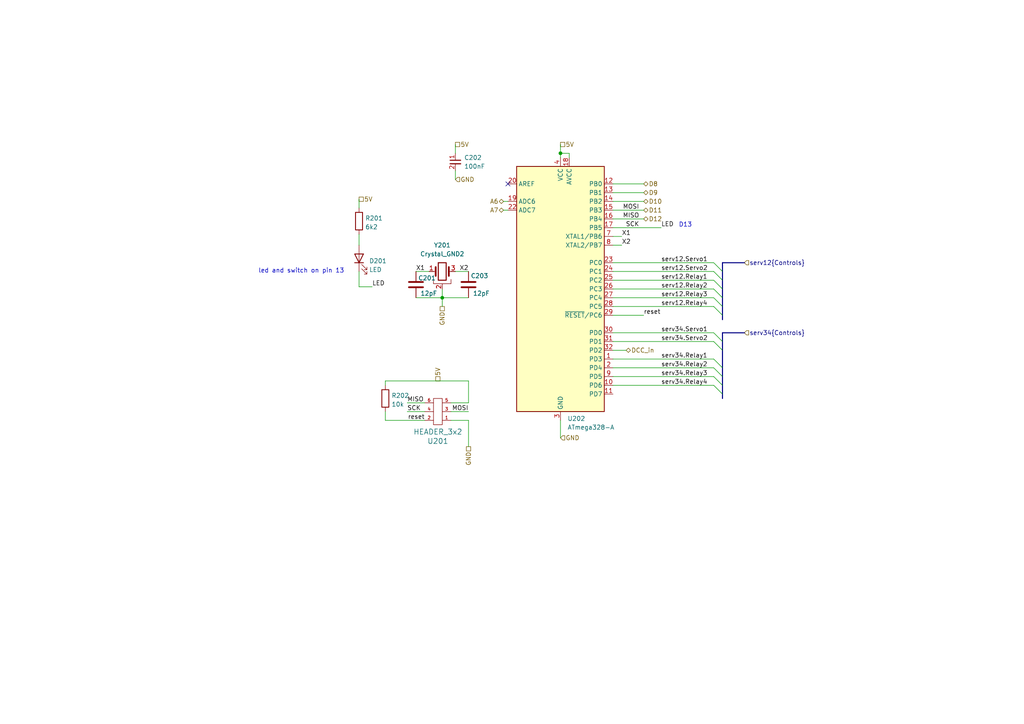
<source format=kicad_sch>
(kicad_sch (version 20230121) (generator eeschema)
  (paper "A4")
  (title_block (company "Train-Science"))
  (lib_symbols
    (symbol "Device:C" (pin_numbers hide) (pin_names (offset 0.254))
      (property "Reference" "C" (at 0.635 2.54 0))
      (property "Value" "C" (at 0.635 -2.54 0))
      (symbol "C_0_1"
        (polyline (pts (xy -2.032 -0.762) (xy 2.032 -0.762)) (stroke (width 0.508)))
        (polyline (pts (xy -2.032 0.762) (xy 2.032 0.762)) (stroke (width 0.508)))
      )
      (symbol "C_1_1"
        (pin passive line (at 0 3.81 270) (length 2.794) (name "~") (number "1"))
        (pin passive line (at 0 -3.81 90) (length 2.794) (name "~") (number "2"))
      )
    )
    (symbol "Device:LED" (pin_numbers hide) (pin_names (offset 1.016) hide)
      (property "Reference" "D" (at 0 2.54 0))
      (property "Value" "LED" (at 0 -2.54 0))
      (symbol "LED_0_1"
        (polyline (pts (xy -1.27 -1.27) (xy -1.27 1.27)) (stroke (width 0.254)))
        (polyline (pts (xy -1.27 0) (xy 1.27 0)))
        (polyline (pts (xy 1.27 -1.27) (xy 1.27 1.27) (xy -1.27 0) (xy 1.27 -1.27)) (stroke (width 0.254)))
        (polyline (pts (xy -3.048 -0.762) (xy -4.572 -2.286) (xy -3.81 -2.286) (xy -4.572 -2.286) (xy -4.572 -1.524)))
        (polyline (pts (xy -1.778 -0.762) (xy -3.302 -2.286) (xy -2.54 -2.286) (xy -3.302 -2.286) (xy -3.302 -1.524)))
      )
      (symbol "LED_1_1"
        (pin passive line (at -3.81 0 0) (length 2.54) (name "K") (number "1"))
        (pin passive line (at 3.81 0 180) (length 2.54) (name "A") (number "2"))
      )
    )
    (symbol "Device:R" (pin_numbers hide) (pin_names (offset 0))
      (property "Reference" "R" (at 2.032 0 90))
      (property "Value" "R" (at 0 0 90))
      (symbol "R_0_1"
        (rectangle (start -1.016 -2.54) (end 1.016 2.54) (stroke (width 0.254)))
      )
      (symbol "R_1_1"
        (pin passive line (at 0 3.81 270) (length 1.27) (name "~") (number "1"))
        (pin passive line (at 0 -3.81 90) (length 1.27) (name "~") (number "2"))
      )
    )
    (symbol "MCU_Microchip_ATmega:ATmega328-A"
      (property "Reference" "U" (at -12.7 36.83 0))
      (property "Value" "ATmega328-A" (at 2.54 -36.83 0))
      (symbol "ATmega328-A_0_1"
        (rectangle (start -12.7 -35.56) (end 12.7 35.56) (stroke (width 0.254)) (fill (type background)))
      )
      (symbol "ATmega328-A_1_1"
        (pin bidirectional line (at 15.24 -20.32 180) (length 2.54) (name "PD3") (number "1"))
        (pin bidirectional line (at 15.24 -27.94 180) (length 2.54) (name "PD6") (number "10"))
        (pin bidirectional line (at 15.24 -30.48 180) (length 2.54) (name "PD7") (number "11"))
        (pin bidirectional line (at 15.24 30.48 180) (length 2.54) (name "PB0") (number "12"))
        (pin bidirectional line (at 15.24 27.94 180) (length 2.54) (name "PB1") (number "13"))
        (pin bidirectional line (at 15.24 25.4 180) (length 2.54) (name "PB2") (number "14"))
        (pin bidirectional line (at 15.24 22.86 180) (length 2.54) (name "PB3") (number "15"))
        (pin bidirectional line (at 15.24 20.32 180) (length 2.54) (name "PB4") (number "16"))
        (pin bidirectional line (at 15.24 17.78 180) (length 2.54) (name "PB5") (number "17"))
        (pin power_in line (at 2.54 38.1 270) (length 2.54) (name "AVCC") (number "18"))
        (pin input line (at -15.24 25.4 0) (length 2.54) (name "ADC6") (number "19"))
        (pin bidirectional line (at 15.24 -22.86 180) (length 2.54) (name "PD4") (number "2"))
        (pin passive line (at -15.24 30.48 0) (length 2.54) (name "AREF") (number "20"))
        (pin passive line (at 0 -38.1 90) (length 2.54) hide (name "GND") (number "21"))
        (pin input line (at -15.24 22.86 0) (length 2.54) (name "ADC7") (number "22"))
        (pin bidirectional line (at 15.24 7.62 180) (length 2.54) (name "PC0") (number "23"))
        (pin bidirectional line (at 15.24 5.08 180) (length 2.54) (name "PC1") (number "24"))
        (pin bidirectional line (at 15.24 2.54 180) (length 2.54) (name "PC2") (number "25"))
        (pin bidirectional line (at 15.24 0 180) (length 2.54) (name "PC3") (number "26"))
        (pin bidirectional line (at 15.24 -2.54 180) (length 2.54) (name "PC4") (number "27"))
        (pin bidirectional line (at 15.24 -5.08 180) (length 2.54) (name "PC5") (number "28"))
        (pin bidirectional line (at 15.24 -7.62 180) (length 2.54) (name "~{RESET}/PC6") (number "29"))
        (pin power_in line (at 0 -38.1 90) (length 2.54) (name "GND") (number "3"))
        (pin bidirectional line (at 15.24 -12.7 180) (length 2.54) (name "PD0") (number "30"))
        (pin bidirectional line (at 15.24 -15.24 180) (length 2.54) (name "PD1") (number "31"))
        (pin bidirectional line (at 15.24 -17.78 180) (length 2.54) (name "PD2") (number "32"))
        (pin power_in line (at 0 38.1 270) (length 2.54) (name "VCC") (number "4"))
        (pin passive line (at 0 -38.1 90) (length 2.54) hide (name "GND") (number "5"))
        (pin passive line (at 0 38.1 270) (length 2.54) hide (name "VCC") (number "6"))
        (pin bidirectional line (at 15.24 15.24 180) (length 2.54) (name "XTAL1/PB6") (number "7"))
        (pin bidirectional line (at 15.24 12.7 180) (length 2.54) (name "XTAL2/PB7") (number "8"))
        (pin bidirectional line (at 15.24 -25.4 180) (length 2.54) (name "PD5") (number "9"))
      )
    )
    (symbol "capacitor_miscellaneous:C_0402_100nF"
      (property "Reference" "U" (at 1.27 2.54 0))
      (property "Value" "100nF" (at 3.81 -2.54 0))
      (property "JLCPCB Part#" "C307331" (at 0 0 0))
      (symbol "C_0402_100nF_0_1"
        (polyline (pts (xy -1.524 -0.508) (xy 1.524 -0.508)) (stroke (width 0.3302)))
        (polyline (pts (xy -1.524 0.508) (xy 1.524 0.508)) (stroke (width 0.3048)))
      )
      (symbol "C_0402_100nF_1_1"
        (pin passive line (at 0 2.54 270) (length 2.032) (name "~") (number "1"))
        (pin passive line (at 0 -2.54 90) (length 2.032) (name "~") (number "2"))
      )
    )
    (symbol "custom_kicad_lib_sk:crystal_arduino" (pin_names (offset 1.016) hide)
      (property "Reference" "Y" (at 0 5.715 0))
      (property "Value" "Crystal_GND2" (at 0 3.81 0))
      (property "JLCPCB Part#" "C13738" (at 0 0 0))
      (symbol "crystal_arduino_0_1"
        (rectangle (start -1.143 2.54) (end 1.143 -2.54) (stroke (width 0.3048)))
        (polyline (pts (xy -2.54 0) (xy -1.905 0)))
        (polyline (pts (xy -1.905 -1.27) (xy -1.905 1.27)) (stroke (width 0.508)))
        (polyline (pts (xy 0 -3.81) (xy 0 -3.556)))
        (polyline (pts (xy 1.905 0) (xy 2.54 0)))
        (polyline (pts (xy 1.905 1.27) (xy 1.905 -1.27)) (stroke (width 0.508)))
        (polyline (pts (xy -2.54 -2.286) (xy -2.54 -3.556) (xy 2.54 -3.556) (xy 2.54 -2.286)))
      )
      (symbol "crystal_arduino_1_1"
        (pin passive line (at -3.81 0 0) (length 1.27) (name "1") (number "1"))
        (pin passive line (at 0 -5.08 90) (length 1.27) (name "GND") (number "2"))
        (pin passive line (at 3.81 0 180) (length 1.27) (name "3") (number "3"))
        (pin passive line (at 0 -5.08 90) (length 1.27) hide (name "GND") (number "4"))
      )
    )
    (symbol "servoDriverSMD-rescue:HEADER_3x2-w_connectors" (pin_names (offset 0))
      (property "Reference" "J" (at 0 5.08 0))
      (property "Value" "HEADER_3x2-w_connectors" (at 0 -5.08 0))
      (symbol "HEADER_3x2-w_connectors_0_1"
        (rectangle (start 1.27 3.81) (end -1.27 -3.81))
      )
      (symbol "HEADER_3x2-w_connectors_1_1"
        (pin passive line (at -3.81 2.54 0) (length 2.54) (name "~") (number "1"))
        (pin passive line (at 3.81 2.54 180) (length 2.54) (name "~") (number "2"))
        (pin passive line (at -3.81 0 0) (length 2.54) (name "~") (number "3"))
        (pin passive line (at 3.81 0 180) (length 2.54) (name "~") (number "4"))
        (pin passive line (at -3.81 -2.54 0) (length 2.54) (name "~") (number "5"))
        (pin passive line (at 3.81 -2.54 180) (length 2.54) (name "~") (number "6"))
      )
    )
  )
  (junction (at 128.27 86.36))
  (junction (at 162.56 44.45))
  (no_connect (at 147.32 53.34))
  (bus_entry (at 207.01 109.22) (size 2.54 2.54))
  (bus_entry (at 207.01 83.82) (size 2.54 2.54))
  (bus_entry (at 207.01 86.36) (size 2.54 2.54))
  (bus_entry (at 207.01 88.9) (size 2.54 2.54))
  (bus_entry (at 207.01 106.68) (size 2.54 2.54))
  (bus_entry (at 207.01 78.74) (size 2.54 2.54))
  (bus_entry (at 207.01 99.06) (size 2.54 2.54))
  (bus_entry (at 207.01 81.28) (size 2.54 2.54))
  (bus_entry (at 207.01 104.14) (size 2.54 2.54))
  (bus_entry (at 207.01 96.52) (size 2.54 2.54))
  (bus_entry (at 207.01 111.76) (size 2.54 2.54))
  (bus_entry (at 207.01 76.2) (size 2.54 2.54))
  (bus (pts (xy 209.55 106.68) (xy 209.55 109.22)))
  (wire (pts (xy 162.56 44.45) (xy 162.56 45.72)))
  (wire (pts (xy 128.27 86.36) (xy 135.89 86.36)))
  (wire (pts (xy 130.81 116.84) (xy 135.89 116.84)))
  (wire (pts (xy 177.8 104.14) (xy 207.01 104.14)))
  (wire (pts (xy 177.8 99.06) (xy 207.01 99.06)))
  (wire (pts (xy 135.89 121.92) (xy 130.81 121.92)))
  (wire (pts (xy 165.1 44.45) (xy 162.56 44.45)))
  (wire (pts (xy 177.8 86.36) (xy 207.01 86.36)))
  (wire (pts (xy 177.8 111.76) (xy 207.01 111.76)))
  (bus (pts (xy 209.55 114.3) (xy 209.55 115.57)))
  (wire (pts (xy 123.19 119.38) (xy 118.11 119.38)))
  (wire (pts (xy 124.46 78.74) (xy 120.65 78.74)))
  (bus (pts (xy 209.55 101.6) (xy 209.55 106.68)))
  (wire (pts (xy 177.8 76.2) (xy 207.01 76.2)))
  (wire (pts (xy 111.76 121.92) (xy 123.19 121.92)))
  (wire (pts (xy 177.8 88.9) (xy 207.01 88.9)))
  (wire (pts (xy 111.76 110.49) (xy 135.89 110.49)))
  (bus (pts (xy 209.55 83.82) (xy 209.55 86.36)))
  (bus (pts (xy 209.55 96.52) (xy 215.9 96.52)))
  (wire (pts (xy 104.14 78.74) (xy 104.14 83.185)))
  (wire (pts (xy 177.8 91.44) (xy 186.69 91.44)))
  (wire (pts (xy 135.89 116.84) (xy 135.89 110.49)))
  (wire (pts (xy 177.8 71.12) (xy 180.34 71.12)))
  (wire (pts (xy 162.56 121.92) (xy 162.56 127)))
  (wire (pts (xy 177.8 109.22) (xy 207.01 109.22)))
  (wire (pts (xy 146.05 58.42) (xy 147.32 58.42)))
  (wire (pts (xy 111.76 119.38) (xy 111.76 121.92)))
  (wire (pts (xy 130.81 119.38) (xy 135.89 119.38)))
  (wire (pts (xy 177.8 83.82) (xy 207.01 83.82)))
  (bus (pts (xy 209.55 109.22) (xy 209.55 111.76)))
  (wire (pts (xy 104.14 67.945) (xy 104.14 71.12)))
  (wire (pts (xy 128.27 83.82) (xy 128.27 86.36)))
  (wire (pts (xy 132.08 78.74) (xy 135.89 78.74)))
  (wire (pts (xy 146.05 60.96) (xy 147.32 60.96)))
  (wire (pts (xy 162.56 41.91) (xy 162.56 44.45)))
  (wire (pts (xy 135.89 121.92) (xy 135.89 129.54)))
  (wire (pts (xy 177.8 68.58) (xy 180.34 68.58)))
  (wire (pts (xy 118.11 116.84) (xy 123.19 116.84)))
  (wire (pts (xy 104.14 57.785) (xy 104.14 60.325)))
  (bus (pts (xy 209.55 81.28) (xy 209.55 83.82)))
  (wire (pts (xy 132.08 49.53) (xy 132.08 52.07)))
  (bus (pts (xy 209.55 91.44) (xy 209.55 92.71)))
  (wire (pts (xy 177.8 60.96) (xy 186.69 60.96)))
  (bus (pts (xy 209.55 76.2) (xy 209.55 78.74)))
  (wire (pts (xy 111.76 110.49) (xy 111.76 111.76)))
  (bus (pts (xy 209.55 86.36) (xy 209.55 88.9)))
  (wire (pts (xy 107.95 83.185) (xy 104.14 83.185)))
  (wire (pts (xy 177.8 81.28) (xy 207.01 81.28)))
  (bus (pts (xy 209.55 99.06) (xy 209.55 101.6)))
  (wire (pts (xy 177.8 55.88) (xy 186.69 55.88)))
  (wire (pts (xy 120.65 86.36) (xy 128.27 86.36)))
  (wire (pts (xy 132.08 41.91) (xy 132.08 44.45)))
  (wire (pts (xy 177.8 101.6) (xy 181.61 101.6)))
  (wire (pts (xy 128.27 86.36) (xy 128.27 88.9)))
  (wire (pts (xy 177.8 66.04) (xy 191.77 66.04)))
  (wire (pts (xy 165.1 45.72) (xy 165.1 44.45)))
  (bus (pts (xy 209.55 88.9) (xy 209.55 91.44)))
  (wire (pts (xy 177.8 96.52) (xy 207.01 96.52)))
  (bus (pts (xy 209.55 96.52) (xy 209.55 99.06)))
  (wire (pts (xy 177.8 63.5) (xy 186.69 63.5)))
  (wire (pts (xy 177.8 53.34) (xy 186.69 53.34)))
  (bus (pts (xy 209.55 78.74) (xy 209.55 81.28)))
  (wire (pts (xy 177.8 78.74) (xy 207.01 78.74)))
  (wire (pts (xy 177.8 106.68) (xy 207.01 106.68)))
  (wire (pts (xy 177.8 58.42) (xy 186.69 58.42)))
  (bus (pts (xy 209.55 76.2) (xy 215.9 76.2)))
  (bus (pts (xy 209.55 111.76) (xy 209.55 114.3)))
  (text "led and switch on pin 13" (at 74.93 79.375 0) (effects (font (size 1.27 1.27)) (justify left bottom)))
  (text "D13" (at 196.85 66.04 0) (effects (font (size 1.27 1.27)) (justify left bottom)))
  (label "serv12.Relay3" (at 191.77 86.36 0))
  (label "SCK" (at 118.11 119.38 0))
  (label "reset" (at 186.69 91.44 0))
  (label "serv12.Servo2" (at 191.77 78.74 0))
  (label "X1" (at 120.65 78.74 0))
  (label "serv12.Relay2" (at 191.77 83.82 0))
  (label "X2" (at 180.34 71.12 0))
  (label "serv34.Relay1" (at 191.77 104.14 0))
  (label "serv12.Relay1" (at 191.77 81.28 0))
  (label "MISO" (at 118.11 116.84 0))
  (label "MOSI" (at 185.42 60.96 180))
  (label "reset" (at 123.19 121.92 180))
  (label "serv12.Relay4" (at 191.77 88.9 0))
  (label "serv34.Relay3" (at 191.77 109.22 0))
  (label "LED" (at 191.77 66.04 0))
  (label "X1" (at 180.34 68.58 0))
  (label "serv34.Servo2" (at 191.77 99.06 0))
  (label "SCK" (at 185.42 66.04 180))
  (label "MISO" (at 185.42 63.5 180))
  (label "serv12.Servo1" (at 191.77 76.2 0))
  (label "LED" (at 107.95 83.185 0))
  (label "serv34.Relay4" (at 191.77 111.76 0))
  (label "serv34.Relay2" (at 191.77 106.68 0))
  (label "MOSI" (at 135.89 119.38 180))
  (label "serv34.Servo1" (at 191.77 96.52 0))
  (label "X2" (at 135.89 78.74 180))
  (hierarchical_label "A7" (shape bidirectional) (at 146.05 60.96 180))
  (hierarchical_label "D9" (shape bidirectional) (at 186.69 55.88 0))
  (hierarchical_label "D12" (shape bidirectional) (at 186.69 63.5 0))
  (hierarchical_label "GND" (shape input) (at 162.56 127 0))
  (hierarchical_label "5V" (shape passive) (at 162.56 41.91 0))
  (hierarchical_label "5V" (shape passive) (at 132.08 41.91 0))
  (hierarchical_label "A6" (shape bidirectional) (at 146.05 58.42 180))
  (hierarchical_label "D11" (shape bidirectional) (at 186.69 60.96 0))
  (hierarchical_label "serv34{Controls}" (shape input) (at 215.9 96.52 0))
  (hierarchical_label "GND" (shape input) (at 132.08 52.07 0))
  (hierarchical_label "D8" (shape bidirectional) (at 186.69 53.34 0))
  (hierarchical_label "serv12{Controls}" (shape input) (at 215.9 76.2 0))
  (hierarchical_label "5V" (shape passive) (at 127 110.49 90))
  (hierarchical_label "GND" (shape passive) (at 135.89 129.54 270))
  (hierarchical_label "D10" (shape bidirectional) (at 186.69 58.42 0))
  (hierarchical_label "DCC_in" (shape bidirectional) (at 181.61 101.6 0))
  (hierarchical_label "GND" (shape passive) (at 128.27 88.9 270))
  (hierarchical_label "5V" (shape passive) (at 104.14 57.785 0))
  (symbol (lib_id "custom_kicad_lib_sk:crystal_arduino") (at 128.27 78.74 0) (unit 1)
    (property "Reference" "Y201" (at 128.27 71.12 0))
    (property "Value" "Crystal_GND2" (at 128.27 73.66 0))
    (property "Footprint" "custom_kicad_lib_sk:crystal_arduino" (effects hide))
    (property "JLCPCB Part#" "C13738" (effects hide))
    (instances (project "OS-ServoDriver" (path "" (reference "Y201") (unit 1))) (project "atmega328" (path "" (reference "Y201") (unit 1))) (project "general_schematics" (path "" (reference "Y?") (unit 1)) (path "" (reference "Y1401") (unit 1))))
  )
  (symbol (lib_id "Device:C") (at 135.89 82.55 180) (unit 1)
    (property "Reference" "C203" (at 136.525 80.01 0) (effects (justify right)))
    (property "Value" "12pF" (at 137.16 85.09 0) (effects (justify right)))
    (property "Footprint" "Capacitor_SMD:C_0603_1608Metric" (effects hide))
    (property "JLCPCB Part#" "C38523" (effects hide))
    (instances (project "OS-ServoDriver" (path "" (reference "C203") (unit 1))) (project "atmega328" (path "" (reference "C203") (unit 1))) (project "general_schematics" (path "" (reference "C?") (unit 1)) (path "" (reference "C1403") (unit 1))))
  )
  (symbol (lib_id "Device:R") (at 104.14 64.135 0) (unit 1)
    (property "Reference" "R201" (at 105.918 63.3003 0) (effects (justify left)))
    (property "Value" "6k2" (at 105.918 65.8372 0) (effects (justify left)))
    (property "Footprint" "Resistor_SMD:R_0603_1608Metric_Pad0.98x0.95mm_HandSolder" (effects hide))
    (property "JLCPCB Part#" "C4260" (effects hide))
    (instances (project "OS-ServoDriver" (path "" (reference "R201") (unit 1))) (project "atmega328" (path "" (reference "R201") (unit 1))) (project "general_schematics" (path "" (reference "R1401") (unit 1))))
  )
  (symbol (lib_id "MCU_Microchip_ATmega:ATmega328-A") (at 162.56 83.82 0) (unit 1)
    (property "Reference" "U202" (at 164.5794 121.4104 0) (effects (justify left)))
    (property "Value" "ATmega328-A" (at 164.5794 123.9473 0) (effects (justify left)))
    (property "Footprint" "Package_QFP:TQFP-32_7x7mm_P0.8mm" (effects hide))
    (property "Datasheet" "http://ww1.microchip.com/downloads/en/DeviceDoc/ATmega328_P%20AVR%20MCU%20with%20picoPower%20Technology%20Data%20Sheet%2040001984A.pdf" (effects hide))
    (property "JLCPCB Part#" "C14877" (effects hide))
    (instances (project "OS-ServoDriver" (path "" (reference "U202") (unit 1))) (project "atmega328" (path "" (reference "U202") (unit 1))) (project "general_schematics" (path "" (reference "U1402") (unit 1))))
  )
  (symbol (lib_id "Device:C") (at 120.65 82.55 180) (unit 1)
    (property "Reference" "C201" (at 121.285 80.645 0) (effects (justify right)))
    (property "Value" "12pF" (at 121.92 85.09 0) (effects (justify right)))
    (property "Footprint" "Capacitor_SMD:C_0603_1608Metric" (effects hide))
    (property "JLCPCB Part#" "C38523" (effects hide))
    (instances (project "OS-ServoDriver" (path "" (reference "C201") (unit 1))) (project "atmega328" (path "" (reference "C201") (unit 1))) (project "general_schematics" (path "" (reference "C?") (unit 1)) (path "" (reference "C1401") (unit 1))))
  )
  (symbol (lib_id "Device:LED") (at 104.14 74.93 90) (unit 1)
    (property "Reference" "D201" (at 107.061 75.6828 90) (effects (justify right)))
    (property "Value" "LED" (at 107.061 78.2197 90) (effects (justify right)))
    (property "Footprint" "LED_SMD:LED_0805_2012Metric_Pad1.15x1.40mm_HandSolder" (effects hide))
    (property "JLCPCB Part#" "C84256" (effects hide))
    (instances (project "OS-ServoDriver" (path "" (reference "D201") (unit 1))) (project "atmega328" (path "" (reference "D201") (unit 1))) (project "general_schematics" (path "" (reference "D1401") (unit 1))))
  )
  (symbol (lib_id "servoDriverSMD-rescue:HEADER_3x2-w_connectors") (at 127 119.38 180) (unit 1)
    (property "Reference" "U201" (at 127 127.9398 0) (effects (font (size 1.524 1.524))))
    (property "Value" "HEADER_3x2" (at 127 125.2474 0) (effects (font (size 1.524 1.524))))
    (property "Footprint" "Connector_PinSocket_1.27mm:PinSocket_2x03_P1.27mm_Vertical" (effects hide))
    (instances (project "OS-ServoDriver" (path "" (reference "U201") (unit 1))) (project "atmega328" (path "" (reference "U201") (unit 1))) (project "general_schematics" (path "" (reference "U1401") (unit 1))))
  )
  (symbol (lib_id "Device:R") (at 111.76 115.57 0) (unit 1)
    (property "Reference" "R202" (at 113.538 114.7353 0) (effects (justify left)))
    (property "Value" "10k" (at 113.538 117.2722 0) (effects (justify left)))
    (property "Footprint" "Resistor_SMD:R_0402_1005Metric_Pad0.72x0.64mm_HandSolder" (effects hide))
    (property "JLCPCB Part#" "C25744" (effects hide))
    (instances (project "OS-ServoDriver" (path "" (reference "R202") (unit 1))) (project "atmega328" (path "" (reference "R202") (unit 1))) (project "general_schematics" (path "" (reference "R1402") (unit 1))))
  )
  (symbol (lib_id "capacitor_miscellaneous:C_0402_100nF") (at 132.08 46.99 0) (unit 1)
    (property "Reference" "C202" (at 134.62 45.7263 0) (effects (justify left)))
    (property "Value" "100nF" (at 134.62 48.2663 0) (effects (justify left)))
    (property "Footprint" "Capacitor_SMD:C_0402_1005Metric" (effects hide))
    (property "JLCPCB Part#" "C307331" (effects hide))
  )
)
</source>
